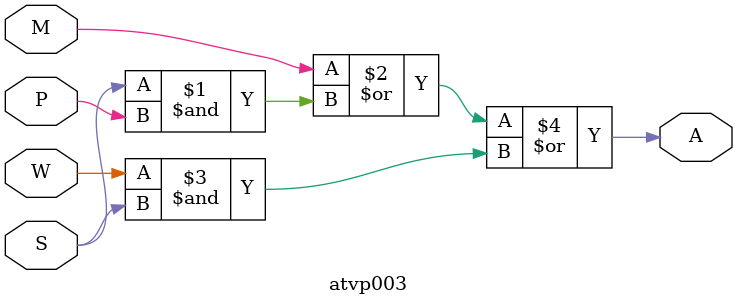
<source format=v>
module atvp003(A,P,W,M,S);
  input P,W,M,S;
  output A;
  assign A =(M) | (S & P) | (W & S);
endmodule
</source>
